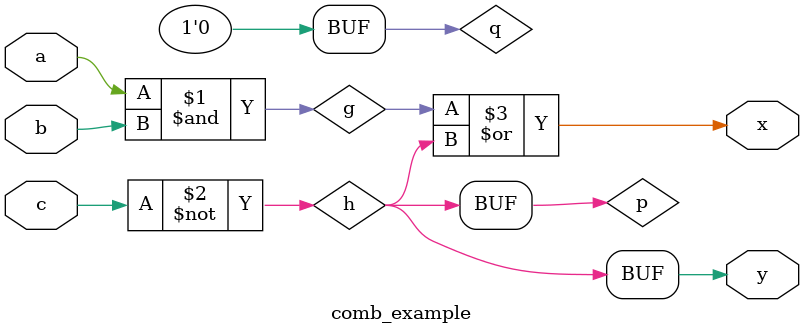
<source format=sv>
module comb_example(
    input logic a, b, c,
    output logic x, y
);

    logic g, h;
    assign g = a & b;
    assign h = ~c;

    logic p, q;
    assign x = g | h;
    assign p = h & 1'b1;
    assign q = ~(1'b1);

    assign y = p | q;
endmodule



</source>
